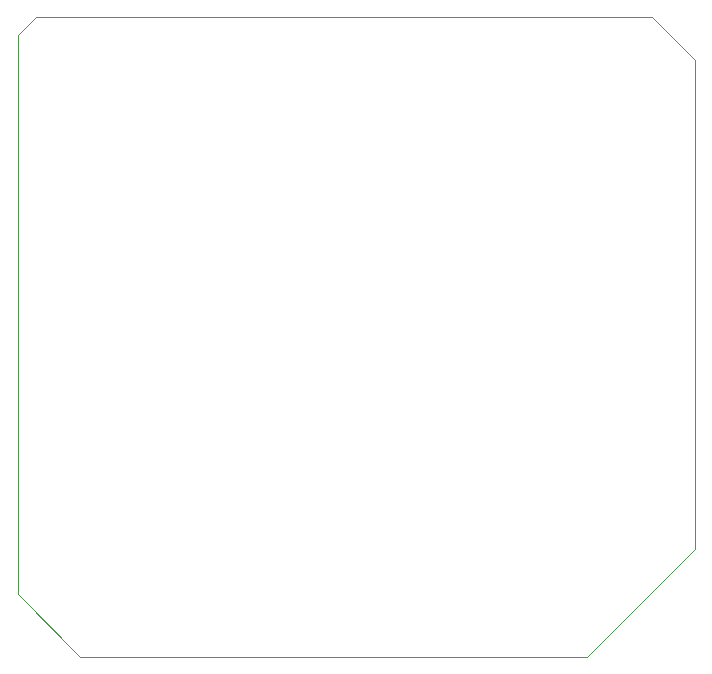
<source format=gm1>
G04 #@! TF.FileFunction,Profile,NP*
%FSLAX46Y46*%
G04 Gerber Fmt 4.6, Leading zero omitted, Abs format (unit mm)*
G04 Created by KiCad (PCBNEW 4.0.2+e4-6225~38~ubuntu15.10.1-stable) date mar 10 may 2016 19:22:59 CLST*
%MOMM*%
G01*
G04 APERTURE LIST*
%ADD10C,0.100000*%
G04 APERTURE END LIST*
D10*
X220789500Y-105473500D02*
X220853000Y-105410000D01*
X177990500Y-105473500D02*
X220789500Y-105473500D01*
X177927000Y-105410000D02*
X177990500Y-105473500D01*
X220853000Y-105410000D02*
X229997000Y-96266000D01*
X172656500Y-100139500D02*
X177927000Y-105410000D01*
X172656500Y-52768500D02*
X172656500Y-52959000D01*
X174180500Y-51244500D02*
X172656500Y-52768500D01*
X226377500Y-51244500D02*
X174180500Y-51244500D01*
X229997000Y-54864000D02*
X226377500Y-51244500D01*
X229997000Y-96266000D02*
X229997000Y-54864000D01*
X172656500Y-52959000D02*
X172656500Y-100139500D01*
M02*

</source>
